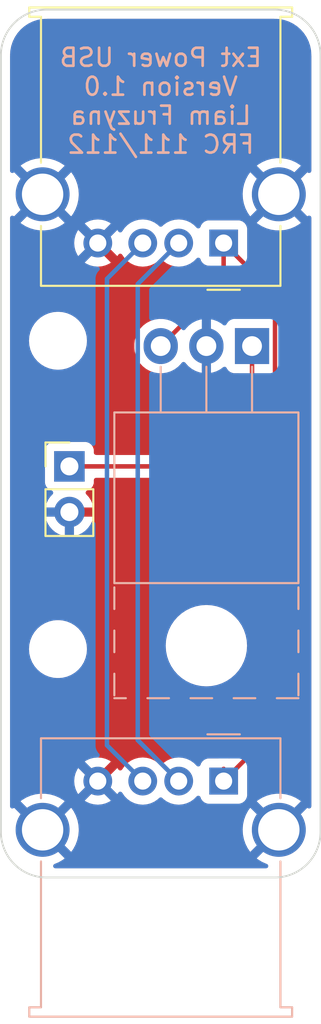
<source format=kicad_pcb>
(kicad_pcb (version 20211014) (generator pcbnew)
  (layers (0 "F.Cu" signal) (31 "B.Cu" signal) (34 "B.Paste" user) (35 "F.Paste" user) (36 "B.SilkS" user "B.Silkscreen") (37 "F.SilkS" user "F.Silkscreen") (38 "B.Mask" user) (39 "F.Mask" user) (44 "Edge.Cuts" user))
  (net 0 "")
  (net 1 "Net-(BT1-Pad1)")
  (net 2 "Net-(J1-Pad4)")
  (net 3 "Net-(J1-Pad1)")
  (net 4 "Net-(J1-Pad2)")
  (net 5 "Net-(J1-Pad3)")
  (footprint "Connector_USB:USB_A_Molex_67643_Horizontal" (layer "F.Cu") (at 135.58 43.46 180)
    (fp_text reference "J2" hide)
    (fp_text value "USB_A" hide)
    (fp_line (start 10.16 -2.38) (end 10.16 0.95) (layer "F.SilkS") (width 0.12))
    (fp_line (start -3.81 13.1) (end 10.81 13.1) (layer "F.SilkS") (width 0.12))
    (fp_line (start 10.81 12.58) (end 10.16 12.58) (layer "F.SilkS") (width 0.12))
    (fp_line (start 10.16 4.47) (end 10.16 12.58) (layer "F.SilkS") (width 0.12))
    (fp_line (start -3.16 12.58) (end -3.16 4.47) (layer "F.SilkS") (width 0.12))
    (fp_line (start -3.81 12.58) (end -3.81 13.1) (layer "F.SilkS") (width 0.12))
    (fp_line (start -0.9 -2.6) (end 0.9 -2.6) (layer "F.SilkS") (width 0.12))
    (fp_line (start -3.16 -2.38) (end 10.16 -2.38) (layer "F.SilkS") (width 0.12))
    (fp_line (start 10.81 13.1) (end 10.81 12.58) (layer "F.SilkS") (width 0.12))
    (fp_line (start -3.16 12.58) (end -3.81 12.58) (layer "F.SilkS") (width 0.12))
    (fp_line (start -3.16 -2.38) (end -3.16 0.95) (layer "F.SilkS") (width 0.12))
    (pad "1" thru_hole rect (at 0 0 180) (size 1.6 1.5) (drill 0.95) (layers *.Cu *.Mask) (net 3 "Net-(J1-Pad1)"))
    (pad "2" thru_hole circle (at 2.5 0 180) (size 1.6 1.6) (drill 0.95) (layers *.Cu *.Mask) (net 4 "Net-(J1-Pad2)"))
    (pad "3" thru_hole circle (at 4.5 0 180) (size 1.6 1.6) (drill 0.95) (layers *.Cu *.Mask) (net 5 "Net-(J1-Pad3)"))
    (pad "4" thru_hole circle (at 7 0 180) (size 1.6 1.6) (drill 0.95) (layers *.Cu *.Mask) (net 2 "Net-(J1-Pad4)"))
    (pad "5" thru_hole circle (at 10.07 2.71 180) (size 3 3) (drill 2.3) (layers *.Cu *.Mask) (net 2 "Net-(J1-Pad4)"))
    (pad "5" thru_hole circle (at -3.07 2.71 180) (size 3 3) (drill 2.3) (layers *.Cu *.Mask) (net 2 "Net-(J1-Pad4)"))
  )
  (footprint "MountingHole:MountingHole_2.2mm_M2_ISO7380" (layer "F.Cu") (at 126.365 66.04)
    (fp_text reference "REF**" hide)
    (fp_text value "MountingHole_2.2mm_M2_ISO7380" hide)
    (pad "" np_thru_hole circle (at 0 0) (size 2.2 2.2) (drill 2.2) (layers *.Cu *.Mask))
  )
  (footprint "MountingHole:MountingHole_2.2mm_M2_ISO7380" (layer "F.Cu") (at 126.365 48.895)
    (fp_text reference "REF**" hide)
    (fp_text value "MountingHole_2.2mm_M2_ISO7380" hide)
    (pad "" np_thru_hole circle (at 0 0) (size 2.2 2.2) (drill 2.2) (layers *.Cu *.Mask))
  )
  (footprint "Connector_PinHeader_2.54mm:PinHeader_1x02_P2.54mm_Vertical" (layer "F.Cu") (at 127 55.88)
    (fp_text reference "BT1" hide)
    (fp_text value "Battery_Cell" hide)
    (fp_line (start -1.33 1.27) (end 1.33 1.27) (layer "F.SilkS") (width 0.12))
    (fp_line (start -1.33 3.87) (end 1.33 3.87) (layer "F.SilkS") (width 0.12))
    (fp_line (start -1.33 1.27) (end -1.33 3.87) (layer "F.SilkS") (width 0.12))
    (fp_line (start 1.33 1.27) (end 1.33 3.87) (layer "F.SilkS") (width 0.12))
    (fp_line (start -1.33 -1.33) (end 0 -1.33) (layer "F.SilkS") (width 0.12))
    (fp_line (start -1.33 0) (end -1.33 -1.33) (layer "F.SilkS") (width 0.12))
    (pad "1" thru_hole rect (at 0 0) (size 1.7 1.7) (drill 1) (layers *.Cu *.Mask) (net 1 "Net-(BT1-Pad1)"))
    (pad "2" thru_hole oval (at 0 2.54) (size 1.7 1.7) (drill 1) (layers *.Cu *.Mask) (net 2 "Net-(J1-Pad4)"))
  )
  (footprint "Connector_USB:USB_A_Molex_67643_Horizontal" (layer "B.Cu") (at 135.58 73.38 180)
    (fp_text reference "J1" hide)
    (fp_text value "USB_A" hide)
    (fp_line (start -3.16 -12.58) (end -3.81 -12.58) (layer "B.SilkS") (width 0.12))
    (fp_line (start -3.16 -12.58) (end -3.16 -4.47) (layer "B.SilkS") (width 0.12))
    (fp_line (start -3.16 2.38) (end -3.16 -0.95) (layer "B.SilkS") (width 0.12))
    (fp_line (start 10.81 -12.58) (end 10.16 -12.58) (layer "B.SilkS") (width 0.12))
    (fp_line (start 10.81 -13.1) (end 10.81 -12.58) (layer "B.SilkS") (width 0.12))
    (fp_line (start 10.16 -4.47) (end 10.16 -12.58) (layer "B.SilkS") (width 0.12))
    (fp_line (start -0.9 2.6) (end 0.9 2.6) (layer "B.SilkS") (width 0.12))
    (fp_line (start -3.81 -13.1) (end 10.81 -13.1) (layer "B.SilkS") (width 0.12))
    (fp_line (start -3.16 2.38) (end 10.16 2.38) (layer "B.SilkS") (width 0.12))
    (fp_line (start 10.16 2.38) (end 10.16 -0.95) (layer "B.SilkS") (width 0.12))
    (fp_line (start -3.81 -12.58) (end -3.81 -13.1) (layer "B.SilkS") (width 0.12))
    (pad "1" thru_hole rect (at 0 0 180) (size 1.6 1.5) (drill 0.95) (layers *.Cu *.Mask) (net 3 "Net-(J1-Pad1)"))
    (pad "2" thru_hole circle (at 2.5 0 180) (size 1.6 1.6) (drill 0.95) (layers *.Cu *.Mask) (net 4 "Net-(J1-Pad2)"))
    (pad "3" thru_hole circle (at 4.5 0 180) (size 1.6 1.6) (drill 0.95) (layers *.Cu *.Mask) (net 5 "Net-(J1-Pad3)"))
    (pad "4" thru_hole circle (at 7 0 180) (size 1.6 1.6) (drill 0.95) (layers *.Cu *.Mask) (net 2 "Net-(J1-Pad4)"))
    (pad "5" thru_hole circle (at 10.07 -2.71 180) (size 3 3) (drill 2.3) (layers *.Cu *.Mask) (net 2 "Net-(J1-Pad4)"))
    (pad "5" thru_hole circle (at -3.07 -2.71 180) (size 3 3) (drill 2.3) (layers *.Cu *.Mask) (net 2 "Net-(J1-Pad4)"))
  )
  (footprint "Package_TO_SOT_THT:TO-220-3_Horizontal_TabUp" (layer "B.Cu") (at 137.16 49.19 180)
    (fp_text reference "U1" hide)
    (fp_text value "L7805" hide)
    (fp_line (start 7.66 -15.82) (end 7.66 -17.02) (layer "B.SilkS") (width 0.12))
    (fp_line (start -2.58 -13.42) (end -2.58 -14.62) (layer "B.SilkS") (width 0.12))
    (fp_line (start -2.58 -18.22) (end -2.58 -19.42) (layer "B.SilkS") (width 0.12))
    (fp_line (start -2.58 -3.69) (end 7.66 -3.69) (layer "B.SilkS") (width 0.12))
    (fp_line (start -2.58 -3.69) (end -2.58 -13.18) (layer "B.SilkS") (width 0.12))
    (fp_line (start 7.02 -19.58) (end 7.66 -19.58) (layer "B.SilkS") (width 0.12))
    (fp_line (start -2.58 -15.82) (end -2.58 -17.02) (layer "B.SilkS") (width 0.12))
    (fp_line (start -0.181 -19.58) (end 1.02 -19.58) (layer "B.SilkS") (width 0.12))
    (fp_line (start 2.54 -1.15) (end 2.54 -3.69) (layer "B.SilkS") (width 0.12))
    (fp_line (start -2.58 -13.18) (end 7.66 -13.18) (layer "B.SilkS") (width 0.12))
    (fp_line (start 7.66 -3.69) (end 7.66 -13.18) (layer "B.SilkS") (width 0.12))
    (fp_line (start 2.22 -19.58) (end 3.42 -19.58) (layer "B.SilkS") (width 0.12))
    (fp_line (start 7.66 -13.42) (end 7.66 -14.62) (layer "B.SilkS") (width 0.12))
    (fp_line (start 4.62 -19.58) (end 5.82 -19.58) (layer "B.SilkS") (width 0.12))
    (fp_line (start 5.08 -1.15) (end 5.08 -3.69) (layer "B.SilkS") (width 0.12))
    (fp_line (start 0 -1.15) (end 0 -3.69) (layer "B.SilkS") (width 0.12))
    (fp_line (start 7.66 -18.22) (end 7.66 -19.42) (layer "B.SilkS") (width 0.12))
    (fp_line (start -2.58 -19.58) (end -1.38 -19.58) (layer "B.SilkS") (width 0.12))
    (pad "" np_thru_hole oval (at 2.54 -16.66 180) (size 3.5 3.5) (drill 3.5) (layers *.Cu *.Mask))
    (pad "1" thru_hole rect (at 0 0 180) (size 1.905 2) (drill 1.1) (layers *.Cu *.Mask) (net 1 "Net-(BT1-Pad1)"))
    (pad "2" thru_hole oval (at 2.54 0 180) (size 1.905 2) (drill 1.1) (layers *.Cu *.Mask) (net 2 "Net-(J1-Pad4)"))
    (pad "3" thru_hole oval (at 5.08 0 180) (size 1.905 2) (drill 1.1) (layers *.Cu *.Mask) (net 3 "Net-(J1-Pad1)"))
  )
  (gr_line (start 125.73 30.48) (end 138.43 30.48) (layer "Edge.Cuts") (width 0.1))
  (gr_line (start 123.19 33.02) (end 123.19 76.2) (layer "Edge.Cuts") (width 0.1))
  (gr_arc (start 125.73 78.74) (mid 123.933949 77.996051) (end 123.19 76.2) (layer "Edge.Cuts") (width 0.1))
  (gr_arc (start 138.43 30.48) (mid 140.226051 31.223949) (end 140.97 33.02) (layer "Edge.Cuts") (width 0.1))
  (gr_arc (start 123.19 33.02) (mid 123.933949 31.223949) (end 125.73 30.48) (layer "Edge.Cuts") (width 0.1))
  (gr_line (start 125.73 78.74) (end 138.43 78.74) (layer "Edge.Cuts") (width 0.1))
  (gr_line (start 140.97 33.02) (end 140.97 76.2) (layer "Edge.Cuts") (width 0.1))
  (gr_arc (start 140.97 76.2) (mid 140.226051 77.996051) (end 138.43 78.74) (layer "Edge.Cuts") (width 0.1))
  (gr_text "Ext Power USB\nVersion 1.0\nLiam Fruzyna\nFRC 111/112" (at 132.08 35.56) (layer "B.SilkS") (effects (font (size 1 1)) (justify mirror)))
  (segment (start 127 55.88) (end 134.62 55.88) (width 0.25) (layer "F.Cu") (net 1))
  (segment (start 137.16 53.34) (end 137.16 49.19) (width 0.25) (layer "F.Cu") (net 1))
  (segment (start 134.62 55.88) (end 137.16 53.34) (width 0.25) (layer "F.Cu") (net 1))
  (segment (start 138.4375 46.3175) (end 138.4375 70.5225) (width 0.25) (layer "F.Cu") (net 3))
  (segment (start 135.58 43.46) (end 135.58 45.69) (width 0.25) (layer "F.Cu") (net 3))
  (segment (start 135.58 45.69) (end 132.08 49.19) (width 0.25) (layer "F.Cu") (net 3))
  (segment (start 135.58 43.46) (end 138.4375 46.3175) (width 0.25) (layer "F.Cu") (net 3))
  (segment (start 135.58 73.38) (end 135.58 72.7) (width 0.25) (layer "F.Cu") (net 3))
  (segment (start 138.4375 70.5225) (end 135.58 73.38) (width 0.25) (layer "F.Cu") (net 3))
  (segment (start 130.8025 71.1025) (end 133.08 73.38) (width 0.25) (layer "B.Cu") (net 4))
  (segment (start 130.8025 45.7375) (end 130.8025 71.1025) (width 0.25) (layer "B.Cu") (net 4))
  (segment (start 133.08 43.46) (end 130.8025 45.7375) (width 0.25) (layer "B.Cu") (net 4))
  (segment (start 129.09 71.39) (end 131.08 73.38) (width 0.25) (layer "B.Cu") (net 5))
  (segment (start 129.09 45.45) (end 129.09 71.39) (width 0.25) (layer "B.Cu") (net 5))
  (segment (start 131.08 43.46) (end 129.09 45.45) (width 0.25) (layer "B.Cu") (net 5))
  (zone (net 2) (net_name "Net-(J1-Pad4)") (layers F&B.Cu) (connect_pads (clearance 0.508)) (min_thickness 0.254) (fill yes (thermal_gap 0.508) (thermal_bridge_width 0.508))
    (polygon (pts (xy 140.97 78.74) (xy 123.19 78.74) (xy 123.19 30.48) (xy 140.97 30.48)))
  )
)
</source>
